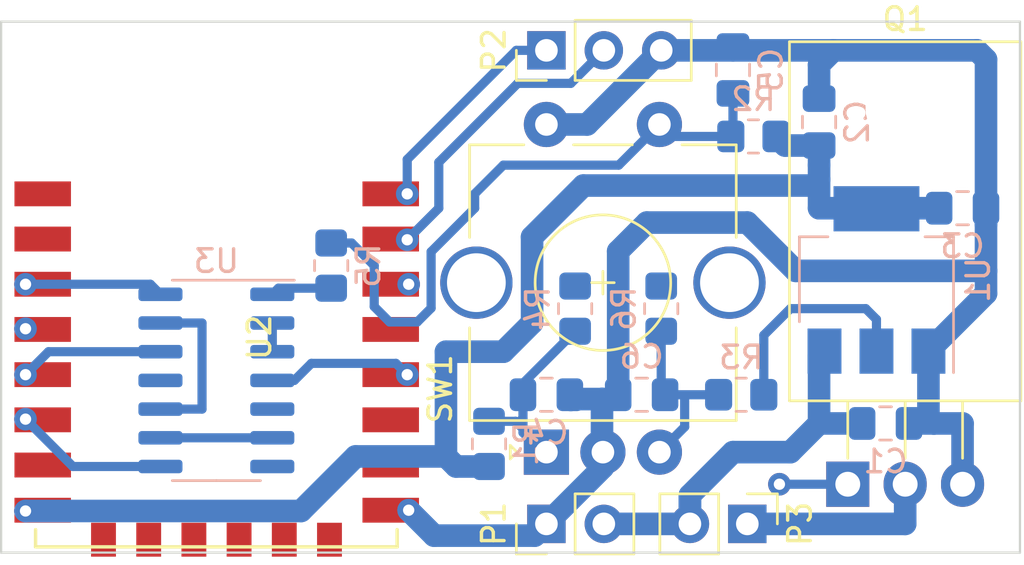
<source format=kicad_pcb>
(kicad_pcb (version 20171130) (host pcbnew "(5.1.9)-1")

  (general
    (thickness 1.6)
    (drawings 4)
    (tracks 150)
    (zones 0)
    (modules 20)
    (nets 32)
  )

  (page A4)
  (title_block
    (title "ESP8266 Dimmer")
    (date 2017-01-14)
    (rev 0.2)
    (company "Stelios Katsanevakis")
  )

  (layers
    (0 F.Cu signal)
    (31 B.Cu signal)
    (32 B.Adhes user hide)
    (33 F.Adhes user hide)
    (34 B.Paste user hide)
    (35 F.Paste user hide)
    (36 B.SilkS user hide)
    (37 F.SilkS user hide)
    (38 B.Mask user hide)
    (39 F.Mask user hide)
    (40 Dwgs.User user hide)
    (41 Cmts.User user hide)
    (42 Eco1.User user hide)
    (43 Eco2.User user hide)
    (44 Edge.Cuts user)
    (45 Margin user)
    (46 B.CrtYd user)
    (47 F.CrtYd user)
    (48 B.Fab user hide)
    (49 F.Fab user hide)
  )

  (setup
    (last_trace_width 0.405)
    (user_trace_width 0.405)
    (user_trace_width 1)
    (trace_clearance 0.2)
    (zone_clearance 0.3)
    (zone_45_only no)
    (trace_min 0.2)
    (via_size 0.6)
    (via_drill 0.4)
    (via_min_size 0.4)
    (via_min_drill 0.3)
    (user_via 1 0.5)
    (uvia_size 0.3)
    (uvia_drill 0.1)
    (uvias_allowed no)
    (uvia_min_size 0.2)
    (uvia_min_drill 0.1)
    (edge_width 0.15)
    (segment_width 0.2)
    (pcb_text_width 0.3)
    (pcb_text_size 1.5 1.5)
    (mod_edge_width 0.15)
    (mod_text_size 1 1)
    (mod_text_width 0.15)
    (pad_size 1.7 1.7)
    (pad_drill 1)
    (pad_to_mask_clearance 0.2)
    (aux_axis_origin 0 0)
    (visible_elements 7FFFFFFF)
    (pcbplotparams
      (layerselection 0x00030_ffffffff)
      (usegerberextensions false)
      (usegerberattributes true)
      (usegerberadvancedattributes true)
      (creategerberjobfile true)
      (excludeedgelayer true)
      (linewidth 0.100000)
      (plotframeref false)
      (viasonmask false)
      (mode 1)
      (useauxorigin false)
      (hpglpennumber 1)
      (hpglpenspeed 20)
      (hpglpendiameter 15.000000)
      (psnegative false)
      (psa4output false)
      (plotreference true)
      (plotvalue true)
      (plotinvisibletext false)
      (padsonsilk false)
      (subtractmaskfromsilk false)
      (outputformat 1)
      (mirror false)
      (drillshape 0)
      (scaleselection 1)
      (outputdirectory ""))
  )

  (net 0 "")
  (net 1 VCC)
  (net 2 GND)
  (net 3 +3V3)
  (net 4 /-V)
  (net 5 "Net-(Q1-Pad1)")
  (net 6 "Net-(U2-Pad1)")
  (net 7 "Net-(U2-Pad2)")
  (net 8 "Net-(U2-Pad5)")
  (net 9 "Net-(U2-Pad6)")
  (net 10 "Net-(U2-Pad7)")
  (net 11 "Net-(U2-Pad14)")
  (net 12 "Net-(U2-Pad17)")
  (net 13 "Net-(U2-Pad18)")
  (net 14 "Net-(U2-Pad19)")
  (net 15 "Net-(C4-Pad1)")
  (net 16 "Net-(C5-Pad1)")
  (net 17 "Net-(C6-Pad1)")
  (net 18 "Net-(R4-Pad1)")
  (net 19 "Net-(R5-Pad1)")
  (net 20 "Net-(R6-Pad1)")
  (net 21 "Net-(U2-Pad12)")
  (net 22 "Net-(U3-Pad10)")
  (net 23 "Net-(U3-Pad6)")
  (net 24 "Net-(U3-Pad2)")
  (net 25 "Net-(P2-Pad2)")
  (net 26 "Net-(P2-Pad1)")
  (net 27 "Net-(U2-Pad16)")
  (net 28 "Net-(U2-Pad13)")
  (net 29 "Net-(U2-Pad11)")
  (net 30 "Net-(U2-Pad10)")
  (net 31 "Net-(U2-Pad9)")

  (net_class Default "This is the default net class."
    (clearance 0.2)
    (trace_width 0.25)
    (via_dia 0.6)
    (via_drill 0.4)
    (uvia_dia 0.3)
    (uvia_drill 0.1)
    (add_net +3V3)
    (add_net /-V)
    (add_net GND)
    (add_net "Net-(C4-Pad1)")
    (add_net "Net-(C5-Pad1)")
    (add_net "Net-(C6-Pad1)")
    (add_net "Net-(P2-Pad1)")
    (add_net "Net-(P2-Pad2)")
    (add_net "Net-(Q1-Pad1)")
    (add_net "Net-(R4-Pad1)")
    (add_net "Net-(R5-Pad1)")
    (add_net "Net-(R6-Pad1)")
    (add_net "Net-(U2-Pad1)")
    (add_net "Net-(U2-Pad10)")
    (add_net "Net-(U2-Pad11)")
    (add_net "Net-(U2-Pad12)")
    (add_net "Net-(U2-Pad13)")
    (add_net "Net-(U2-Pad14)")
    (add_net "Net-(U2-Pad16)")
    (add_net "Net-(U2-Pad17)")
    (add_net "Net-(U2-Pad18)")
    (add_net "Net-(U2-Pad19)")
    (add_net "Net-(U2-Pad2)")
    (add_net "Net-(U2-Pad5)")
    (add_net "Net-(U2-Pad6)")
    (add_net "Net-(U2-Pad7)")
    (add_net "Net-(U2-Pad9)")
    (add_net "Net-(U3-Pad10)")
    (add_net "Net-(U3-Pad2)")
    (add_net "Net-(U3-Pad6)")
    (add_net VCC)
  )

  (module Rotary_Encoder:RotaryEncoder_Alps_EC11E-Switch_Vertical_H20mm_CircularMountingHoles (layer F.Cu) (tedit 5A74C8DD) (tstamp 62527D9E)
    (at 87.63 82.55 90)
    (descr "Alps rotary encoder, EC12E... with switch, vertical shaft, mounting holes with circular drills, http://www.alps.com/prod/info/E/HTML/Encoder/Incremental/EC11/EC11E15204A3.html")
    (tags "rotary encoder")
    (path /62063C19)
    (fp_text reference SW1 (at 2.8 -4.7 90) (layer F.SilkS)
      (effects (font (size 1 1) (thickness 0.15)))
    )
    (fp_text value Rotary_Encoder_Switch (at 7.5 10.4 90) (layer F.Fab)
      (effects (font (size 1 1) (thickness 0.15)))
    )
    (fp_circle (center 7.5 2.5) (end 10.5 2.5) (layer F.Fab) (width 0.12))
    (fp_circle (center 7.5 2.5) (end 10.5 2.5) (layer F.SilkS) (width 0.12))
    (fp_line (start 16 10.2) (end -1.5 10.2) (layer F.CrtYd) (width 0.05))
    (fp_line (start 16 10.2) (end 16 -5.2) (layer F.CrtYd) (width 0.05))
    (fp_line (start -1.5 -5.2) (end -1.5 10.2) (layer F.CrtYd) (width 0.05))
    (fp_line (start -1.5 -5.2) (end 16 -5.2) (layer F.CrtYd) (width 0.05))
    (fp_line (start 2.5 -3.3) (end 13.5 -3.3) (layer F.Fab) (width 0.12))
    (fp_line (start 13.5 -3.3) (end 13.5 8.3) (layer F.Fab) (width 0.12))
    (fp_line (start 13.5 8.3) (end 1.5 8.3) (layer F.Fab) (width 0.12))
    (fp_line (start 1.5 8.3) (end 1.5 -2.2) (layer F.Fab) (width 0.12))
    (fp_line (start 1.5 -2.2) (end 2.5 -3.3) (layer F.Fab) (width 0.12))
    (fp_line (start 9.5 -3.4) (end 13.6 -3.4) (layer F.SilkS) (width 0.12))
    (fp_line (start 13.6 8.4) (end 9.5 8.4) (layer F.SilkS) (width 0.12))
    (fp_line (start 5.5 8.4) (end 1.4 8.4) (layer F.SilkS) (width 0.12))
    (fp_line (start 5.5 -3.4) (end 1.4 -3.4) (layer F.SilkS) (width 0.12))
    (fp_line (start 1.4 -3.4) (end 1.4 8.4) (layer F.SilkS) (width 0.12))
    (fp_line (start 0 -1.3) (end -0.3 -1.6) (layer F.SilkS) (width 0.12))
    (fp_line (start -0.3 -1.6) (end 0.3 -1.6) (layer F.SilkS) (width 0.12))
    (fp_line (start 0.3 -1.6) (end 0 -1.3) (layer F.SilkS) (width 0.12))
    (fp_line (start 7.5 -0.5) (end 7.5 5.5) (layer F.Fab) (width 0.12))
    (fp_line (start 4.5 2.5) (end 10.5 2.5) (layer F.Fab) (width 0.12))
    (fp_line (start 13.6 -3.4) (end 13.6 -1) (layer F.SilkS) (width 0.12))
    (fp_line (start 13.6 1.2) (end 13.6 3.8) (layer F.SilkS) (width 0.12))
    (fp_line (start 13.6 6) (end 13.6 8.4) (layer F.SilkS) (width 0.12))
    (fp_line (start 7.5 2) (end 7.5 3) (layer F.SilkS) (width 0.12))
    (fp_line (start 7 2.5) (end 8 2.5) (layer F.SilkS) (width 0.12))
    (fp_text user %R (at 11.1 6.3 90) (layer F.Fab)
      (effects (font (size 1 1) (thickness 0.15)))
    )
    (pad A thru_hole rect (at 0 0 90) (size 2 2) (drill 1) (layers *.Cu *.Mask)
      (net 15 "Net-(C4-Pad1)"))
    (pad C thru_hole circle (at 0 2.5 90) (size 2 2) (drill 1) (layers *.Cu *.Mask)
      (net 2 GND))
    (pad B thru_hole circle (at 0 5 90) (size 2 2) (drill 1) (layers *.Cu *.Mask)
      (net 17 "Net-(C6-Pad1)"))
    (pad MP thru_hole circle (at 7.5 -3.1 90) (size 3.2 3.2) (drill 2.6) (layers *.Cu *.Mask))
    (pad MP thru_hole circle (at 7.5 8.1 90) (size 3.2 3.2) (drill 2.6) (layers *.Cu *.Mask))
    (pad S2 thru_hole circle (at 14.5 0 90) (size 2 2) (drill 1) (layers *.Cu *.Mask)
      (net 2 GND))
    (pad S1 thru_hole circle (at 14.5 5 90) (size 2 2) (drill 1) (layers *.Cu *.Mask)
      (net 16 "Net-(C5-Pad1)"))
    (model ${KISYS3DMOD}/Rotary_Encoder.3dshapes/RotaryEncoder_Alps_EC11E-Switch_Vertical_H20mm_CircularMountingHoles.wrl
      (at (xyz 0 0 0))
      (scale (xyz 1 1 1))
      (rotate (xyz 0 0 0))
    )
  )

  (module ESP8266:ESP-12E_SMD_CHI (layer F.Cu) (tedit 6251ECBD) (tstamp 62532456)
    (at 66.04 71.12)
    (descr "Module, ESP-8266, ESP-12, 16 pad, SMD")
    (tags "Module ESP-8266 ESP8266")
    (path /62527FD7)
    (fp_text reference U2 (at 8.89 6.35 90) (layer F.SilkS)
      (effects (font (size 1 1) (thickness 0.15)))
    )
    (fp_text value ESP-12E (at 5.08 6.35 90) (layer F.Fab) hide
      (effects (font (size 1 1) (thickness 0.15)))
    )
    (fp_line (start -2.25 -0.5) (end -2.25 -7.62) (layer F.CrtYd) (width 0.05))
    (fp_line (start -2.26 -7.62) (end 16.256 -7.62) (layer F.CrtYd) (width 0.05))
    (fp_line (start 16.25 -7.62) (end 16.25 16) (layer F.CrtYd) (width 0.05))
    (fp_line (start 16.25 16) (end -2.25 16) (layer F.CrtYd) (width 0.05))
    (fp_line (start -2.25 16) (end -2.25 -0.5) (layer F.CrtYd) (width 0.05))
    (fp_line (start -1.016 -7.62) (end 14.986 -7.62) (layer F.CrtYd) (width 0.1524))
    (fp_line (start 14.986 -7.62) (end 14.986 -0.889) (layer F.CrtYd) (width 0.1524))
    (fp_line (start -1.008 -7.62) (end -1.016 -1.016) (layer F.CrtYd) (width 0.1524))
    (fp_line (start -1.016 14.859) (end -1.016 15.621) (layer F.SilkS) (width 0.1524))
    (fp_line (start -1.016 15.621) (end 14.986 15.621) (layer F.SilkS) (width 0.1524))
    (fp_line (start 14.986 15.621) (end 14.986 14.859) (layer F.SilkS) (width 0.1524))
    (fp_line (start 14.986 -7.62) (end -1.008 -2.6) (layer F.CrtYd) (width 0.1524))
    (fp_line (start -1.008 -7.62) (end 14.992 -2.6) (layer F.CrtYd) (width 0.1524))
    (fp_line (start -1.008 -2.6) (end 14.992 -2.6) (layer F.CrtYd) (width 0.1524))
    (fp_line (start 14.992 -7.62) (end 15 15.6) (layer F.Fab) (width 0.05))
    (fp_line (start 14.992 15.6) (end -1.008 15.6) (layer F.Fab) (width 0.05))
    (fp_line (start -1.008 15.6) (end -1.008 -7.62) (layer F.Fab) (width 0.05))
    (fp_line (start -1.008 -7.62) (end 14.992 -7.62) (layer F.Fab) (width 0.05))
    (fp_text user "No Copper" (at 6.892 -5.4) (layer F.CrtYd)
      (effects (font (size 1 1) (thickness 0.15)))
    )
    (pad 14 smd rect (at 11.99 14.605 90) (size 1.5 1.1) (drill (offset -0.7 0)) (layers F.Cu F.Paste F.Mask)
      (net 11 "Net-(U2-Pad14)"))
    (pad 13 smd rect (at 9.99 14.605 90) (size 1.5 1.1) (drill (offset -0.7 0)) (layers F.Cu F.Paste F.Mask)
      (net 28 "Net-(U2-Pad13)"))
    (pad 12 smd rect (at 7.99 14.605 90) (size 1.5 1.1) (drill (offset -0.7 0)) (layers F.Cu F.Paste F.Mask)
      (net 21 "Net-(U2-Pad12)"))
    (pad 11 smd rect (at 5.99 14.605 90) (size 1.5 1.1) (drill (offset -0.7 0)) (layers F.Cu F.Paste F.Mask)
      (net 29 "Net-(U2-Pad11)"))
    (pad 10 smd rect (at 3.99 14.605 90) (size 1.5 1.1) (drill (offset -0.7 0)) (layers F.Cu F.Paste F.Mask)
      (net 30 "Net-(U2-Pad10)"))
    (pad 9 smd rect (at 1.99 14.605 90) (size 1.5 1.1) (drill (offset -0.7 0)) (layers F.Cu F.Paste F.Mask)
      (net 31 "Net-(U2-Pad9)"))
    (pad 22 smd rect (at 14 0) (size 2.5 1.1) (drill (offset 0.7 0)) (layers F.Cu F.Paste F.Mask)
      (net 26 "Net-(P2-Pad1)"))
    (pad 21 smd rect (at 14 2) (size 2.5 1.1) (drill (offset 0.7 0)) (layers F.Cu F.Paste F.Mask)
      (net 25 "Net-(P2-Pad2)"))
    (pad 20 smd rect (at 14 4) (size 2.5 1.1) (drill (offset 0.7 0)) (layers F.Cu F.Paste F.Mask)
      (net 5 "Net-(Q1-Pad1)"))
    (pad 19 smd rect (at 14 6) (size 2.5 1.1) (drill (offset 0.7 0)) (layers F.Cu F.Paste F.Mask)
      (net 14 "Net-(U2-Pad19)"))
    (pad 18 smd rect (at 14 8) (size 2.5 1.1) (drill (offset 0.7 0)) (layers F.Cu F.Paste F.Mask)
      (net 13 "Net-(U2-Pad18)"))
    (pad 17 smd rect (at 14 10) (size 2.5 1.1) (drill (offset 0.7 0)) (layers F.Cu F.Paste F.Mask)
      (net 12 "Net-(U2-Pad17)"))
    (pad 16 smd rect (at 14 12) (size 2.5 1.1) (drill (offset 0.7 0)) (layers F.Cu F.Paste F.Mask)
      (net 27 "Net-(U2-Pad16)"))
    (pad 15 smd rect (at 14 14) (size 2.5 1.1) (drill (offset 0.7 0)) (layers F.Cu F.Paste F.Mask)
      (net 2 GND))
    (pad 8 smd rect (at 0 14) (size 2.5 1.1) (drill (offset -0.7 0)) (layers F.Cu F.Paste F.Mask)
      (net 3 +3V3))
    (pad 7 smd rect (at 0 12) (size 2.5 1.1) (drill (offset -0.7 0)) (layers F.Cu F.Paste F.Mask)
      (net 10 "Net-(U2-Pad7)"))
    (pad 6 smd rect (at 0 10) (size 2.5 1.1) (drill (offset -0.7 0)) (layers F.Cu F.Paste F.Mask)
      (net 9 "Net-(U2-Pad6)"))
    (pad 5 smd rect (at 0 8) (size 2.5 1.1) (drill (offset -0.7 0)) (layers F.Cu F.Paste F.Mask)
      (net 8 "Net-(U2-Pad5)"))
    (pad 4 smd rect (at 0 6) (size 2.5 1.1) (drill (offset -0.7 0)) (layers F.Cu F.Paste F.Mask)
      (net 2 GND))
    (pad 3 smd rect (at 0 4) (size 2.5 1.1) (drill (offset -0.7 0)) (layers F.Cu F.Paste F.Mask)
      (net 3 +3V3))
    (pad 2 smd rect (at 0 2) (size 2.5 1.1) (drill (offset -0.7 0)) (layers F.Cu F.Paste F.Mask)
      (net 7 "Net-(U2-Pad2)"))
    (pad 1 smd rect (at 0 0) (size 2.5 1.1) (drill (offset -0.7 0)) (layers F.Cu F.Paste F.Mask)
      (net 6 "Net-(U2-Pad1)"))
    (model ${ESPLIB}/ESP8266.3dshapes/ESP-12.wrl
      (at (xyz 0 0 0))
      (scale (xyz 0.3937 0.3937 0.3937))
      (rotate (xyz 0 0 0))
    )
  )

  (module Connector_PinHeader_2.54mm:PinHeader_1x03_P2.54mm_Vertical (layer F.Cu) (tedit 59FED5CC) (tstamp 6252B09C)
    (at 87.63 64.77 90)
    (descr "Through hole straight pin header, 1x03, 2.54mm pitch, single row")
    (tags "Through hole pin header THT 1x03 2.54mm single row")
    (path /58664316)
    (fp_text reference P2 (at 0 -2.33 90) (layer F.SilkS)
      (effects (font (size 1 1) (thickness 0.15)))
    )
    (fp_text value Serial (at 0 7.41 90) (layer F.Fab)
      (effects (font (size 1 1) (thickness 0.15)))
    )
    (fp_line (start 1.8 -1.8) (end -1.8 -1.8) (layer F.CrtYd) (width 0.05))
    (fp_line (start 1.8 6.85) (end 1.8 -1.8) (layer F.CrtYd) (width 0.05))
    (fp_line (start -1.8 6.85) (end 1.8 6.85) (layer F.CrtYd) (width 0.05))
    (fp_line (start -1.8 -1.8) (end -1.8 6.85) (layer F.CrtYd) (width 0.05))
    (fp_line (start -1.33 -1.33) (end 0 -1.33) (layer F.SilkS) (width 0.12))
    (fp_line (start -1.33 0) (end -1.33 -1.33) (layer F.SilkS) (width 0.12))
    (fp_line (start -1.33 1.27) (end 1.33 1.27) (layer F.SilkS) (width 0.12))
    (fp_line (start 1.33 1.27) (end 1.33 6.41) (layer F.SilkS) (width 0.12))
    (fp_line (start -1.33 1.27) (end -1.33 6.41) (layer F.SilkS) (width 0.12))
    (fp_line (start -1.33 6.41) (end 1.33 6.41) (layer F.SilkS) (width 0.12))
    (fp_line (start -1.27 -0.635) (end -0.635 -1.27) (layer F.Fab) (width 0.1))
    (fp_line (start -1.27 6.35) (end -1.27 -0.635) (layer F.Fab) (width 0.1))
    (fp_line (start 1.27 6.35) (end -1.27 6.35) (layer F.Fab) (width 0.1))
    (fp_line (start 1.27 -1.27) (end 1.27 6.35) (layer F.Fab) (width 0.1))
    (fp_line (start -0.635 -1.27) (end 1.27 -1.27) (layer F.Fab) (width 0.1))
    (fp_text user %R (at 0 2.54) (layer F.Fab)
      (effects (font (size 1 1) (thickness 0.15)))
    )
    (pad 3 thru_hole oval (at 0 5.08 90) (size 1.7 1.7) (drill 1) (layers *.Cu *.Mask)
      (net 2 GND))
    (pad 2 thru_hole oval (at 0 2.54 90) (size 1.7 1.7) (drill 1) (layers *.Cu *.Mask)
      (net 25 "Net-(P2-Pad2)"))
    (pad 1 thru_hole rect (at 0 0 90) (size 1.7 1.7) (drill 1) (layers *.Cu *.Mask)
      (net 26 "Net-(P2-Pad1)"))
    (model ${KISYS3DMOD}/Connector_PinHeader_2.54mm.3dshapes/PinHeader_1x03_P2.54mm_Vertical.wrl
      (at (xyz 0 0 0))
      (scale (xyz 1 1 1))
      (rotate (xyz 0 0 0))
    )
  )

  (module Capacitor_SMD:C_0805_2012Metric_Pad1.18x1.45mm_HandSolder (layer B.Cu) (tedit 5F68FEEF) (tstamp 62528B25)
    (at 106.045 71.755)
    (descr "Capacitor SMD 0805 (2012 Metric), square (rectangular) end terminal, IPC_7351 nominal with elongated pad for handsoldering. (Body size source: IPC-SM-782 page 76, https://www.pcb-3d.com/wordpress/wp-content/uploads/ipc-sm-782a_amendment_1_and_2.pdf, https://docs.google.com/spreadsheets/d/1BsfQQcO9C6DZCsRaXUlFlo91Tg2WpOkGARC1WS5S8t0/edit?usp=sharing), generated with kicad-footprint-generator")
    (tags "capacitor handsolder")
    (path /58668A66)
    (attr smd)
    (fp_text reference C3 (at 0 1.68) (layer B.SilkS)
      (effects (font (size 1 1) (thickness 0.15)) (justify mirror))
    )
    (fp_text value 1u (at 0 -1.68) (layer B.Fab)
      (effects (font (size 1 1) (thickness 0.15)) (justify mirror))
    )
    (fp_line (start 1.88 -0.98) (end -1.88 -0.98) (layer B.CrtYd) (width 0.05))
    (fp_line (start 1.88 0.98) (end 1.88 -0.98) (layer B.CrtYd) (width 0.05))
    (fp_line (start -1.88 0.98) (end 1.88 0.98) (layer B.CrtYd) (width 0.05))
    (fp_line (start -1.88 -0.98) (end -1.88 0.98) (layer B.CrtYd) (width 0.05))
    (fp_line (start -0.261252 -0.735) (end 0.261252 -0.735) (layer B.SilkS) (width 0.12))
    (fp_line (start -0.261252 0.735) (end 0.261252 0.735) (layer B.SilkS) (width 0.12))
    (fp_line (start 1 -0.625) (end -1 -0.625) (layer B.Fab) (width 0.1))
    (fp_line (start 1 0.625) (end 1 -0.625) (layer B.Fab) (width 0.1))
    (fp_line (start -1 0.625) (end 1 0.625) (layer B.Fab) (width 0.1))
    (fp_line (start -1 -0.625) (end -1 0.625) (layer B.Fab) (width 0.1))
    (fp_text user %R (at 0 0) (layer B.Fab)
      (effects (font (size 0.5 0.5) (thickness 0.08)) (justify mirror))
    )
    (pad 2 smd roundrect (at 1.0375 0) (size 1.175 1.45) (layers B.Cu B.Paste B.Mask) (roundrect_rratio 0.212766)
      (net 2 GND))
    (pad 1 smd roundrect (at -1.0375 0) (size 1.175 1.45) (layers B.Cu B.Paste B.Mask) (roundrect_rratio 0.212766)
      (net 3 +3V3))
    (model ${KISYS3DMOD}/Capacitor_SMD.3dshapes/C_0805_2012Metric.wrl
      (at (xyz 0 0 0))
      (scale (xyz 1 1 1))
      (rotate (xyz 0 0 0))
    )
  )

  (module Connector_PinHeader_2.54mm:PinHeader_1x02_P2.54mm_Vertical (layer F.Cu) (tedit 59FED5CC) (tstamp 6252D2F8)
    (at 87.63 85.725 90)
    (descr "Through hole straight pin header, 1x02, 2.54mm pitch, single row")
    (tags "Through hole pin header THT 1x02 2.54mm single row")
    (path /625AF8F4)
    (fp_text reference P1 (at 0 -2.33 90) (layer F.SilkS)
      (effects (font (size 1 1) (thickness 0.15)))
    )
    (fp_text value IN (at 0 4.87 90) (layer F.Fab)
      (effects (font (size 1 1) (thickness 0.15)))
    )
    (fp_line (start 1.8 -1.8) (end -1.8 -1.8) (layer F.CrtYd) (width 0.05))
    (fp_line (start 1.8 4.35) (end 1.8 -1.8) (layer F.CrtYd) (width 0.05))
    (fp_line (start -1.8 4.35) (end 1.8 4.35) (layer F.CrtYd) (width 0.05))
    (fp_line (start -1.8 -1.8) (end -1.8 4.35) (layer F.CrtYd) (width 0.05))
    (fp_line (start -1.33 -1.33) (end 0 -1.33) (layer F.SilkS) (width 0.12))
    (fp_line (start -1.33 0) (end -1.33 -1.33) (layer F.SilkS) (width 0.12))
    (fp_line (start -1.33 1.27) (end 1.33 1.27) (layer F.SilkS) (width 0.12))
    (fp_line (start 1.33 1.27) (end 1.33 3.87) (layer F.SilkS) (width 0.12))
    (fp_line (start -1.33 1.27) (end -1.33 3.87) (layer F.SilkS) (width 0.12))
    (fp_line (start -1.33 3.87) (end 1.33 3.87) (layer F.SilkS) (width 0.12))
    (fp_line (start -1.27 -0.635) (end -0.635 -1.27) (layer F.Fab) (width 0.1))
    (fp_line (start -1.27 3.81) (end -1.27 -0.635) (layer F.Fab) (width 0.1))
    (fp_line (start 1.27 3.81) (end -1.27 3.81) (layer F.Fab) (width 0.1))
    (fp_line (start 1.27 -1.27) (end 1.27 3.81) (layer F.Fab) (width 0.1))
    (fp_line (start -0.635 -1.27) (end 1.27 -1.27) (layer F.Fab) (width 0.1))
    (fp_text user %R (at 0 1.27) (layer F.Fab)
      (effects (font (size 1 1) (thickness 0.15)))
    )
    (pad 2 thru_hole oval (at 0 2.54 90) (size 1.7 1.7) (drill 1) (layers *.Cu *.Mask)
      (net 1 VCC))
    (pad 1 thru_hole rect (at 0 0 90) (size 1.7 1.7) (drill 1) (layers *.Cu *.Mask)
      (net 2 GND))
    (model ${KISYS3DMOD}/Connector_PinHeader_2.54mm.3dshapes/PinHeader_1x02_P2.54mm_Vertical.wrl
      (at (xyz 0 0 0))
      (scale (xyz 1 1 1))
      (rotate (xyz 0 0 0))
    )
  )

  (module Connector_PinHeader_2.54mm:PinHeader_1x02_P2.54mm_Vertical (layer F.Cu) (tedit 59FED5CC) (tstamp 6252D33A)
    (at 96.52 85.725 270)
    (descr "Through hole straight pin header, 1x02, 2.54mm pitch, single row")
    (tags "Through hole pin header THT 1x02 2.54mm single row")
    (path /58664115)
    (fp_text reference P3 (at 0 -2.33 90) (layer F.SilkS)
      (effects (font (size 1 1) (thickness 0.15)))
    )
    (fp_text value OUT (at 0 4.87 90) (layer F.Fab)
      (effects (font (size 1 1) (thickness 0.15)))
    )
    (fp_line (start 1.8 -1.8) (end -1.8 -1.8) (layer F.CrtYd) (width 0.05))
    (fp_line (start 1.8 4.35) (end 1.8 -1.8) (layer F.CrtYd) (width 0.05))
    (fp_line (start -1.8 4.35) (end 1.8 4.35) (layer F.CrtYd) (width 0.05))
    (fp_line (start -1.8 -1.8) (end -1.8 4.35) (layer F.CrtYd) (width 0.05))
    (fp_line (start -1.33 -1.33) (end 0 -1.33) (layer F.SilkS) (width 0.12))
    (fp_line (start -1.33 0) (end -1.33 -1.33) (layer F.SilkS) (width 0.12))
    (fp_line (start -1.33 1.27) (end 1.33 1.27) (layer F.SilkS) (width 0.12))
    (fp_line (start 1.33 1.27) (end 1.33 3.87) (layer F.SilkS) (width 0.12))
    (fp_line (start -1.33 1.27) (end -1.33 3.87) (layer F.SilkS) (width 0.12))
    (fp_line (start -1.33 3.87) (end 1.33 3.87) (layer F.SilkS) (width 0.12))
    (fp_line (start -1.27 -0.635) (end -0.635 -1.27) (layer F.Fab) (width 0.1))
    (fp_line (start -1.27 3.81) (end -1.27 -0.635) (layer F.Fab) (width 0.1))
    (fp_line (start 1.27 3.81) (end -1.27 3.81) (layer F.Fab) (width 0.1))
    (fp_line (start 1.27 -1.27) (end 1.27 3.81) (layer F.Fab) (width 0.1))
    (fp_line (start -0.635 -1.27) (end 1.27 -1.27) (layer F.Fab) (width 0.1))
    (fp_text user %R (at 0 1.27) (layer F.Fab)
      (effects (font (size 1 1) (thickness 0.15)))
    )
    (pad 2 thru_hole oval (at 0 2.54 270) (size 1.7 1.7) (drill 1) (layers *.Cu *.Mask)
      (net 1 VCC))
    (pad 1 thru_hole rect (at 0 0 270) (size 1.7 1.7) (drill 1) (layers *.Cu *.Mask)
      (net 4 /-V))
    (model ${KISYS3DMOD}/Connector_PinHeader_2.54mm.3dshapes/PinHeader_1x02_P2.54mm_Vertical.wrl
      (at (xyz 0 0 0))
      (scale (xyz 1 1 1))
      (rotate (xyz 0 0 0))
    )
  )

  (module Package_TO_SOT_THT:TO-220-3_Horizontal_TabDown (layer F.Cu) (tedit 5AC8BA0D) (tstamp 62532FD0)
    (at 100.965 83.97)
    (descr "TO-220-3, Horizontal, RM 2.54mm, see https://www.vishay.com/docs/66542/to-220-1.pdf")
    (tags "TO-220-3 Horizontal RM 2.54mm")
    (path /6257A98A)
    (fp_text reference Q1 (at 2.54 -20.58) (layer F.SilkS)
      (effects (font (size 1 1) (thickness 0.15)))
    )
    (fp_text value IRLZ44N (at 2.54 2) (layer F.Fab)
      (effects (font (size 1 1) (thickness 0.15)))
    )
    (fp_line (start 7.79 -19.71) (end -2.71 -19.71) (layer F.CrtYd) (width 0.05))
    (fp_line (start 7.79 1.25) (end 7.79 -19.71) (layer F.CrtYd) (width 0.05))
    (fp_line (start -2.71 1.25) (end 7.79 1.25) (layer F.CrtYd) (width 0.05))
    (fp_line (start -2.71 -19.71) (end -2.71 1.25) (layer F.CrtYd) (width 0.05))
    (fp_line (start 5.08 -3.69) (end 5.08 -1.15) (layer F.SilkS) (width 0.12))
    (fp_line (start 2.54 -3.69) (end 2.54 -1.15) (layer F.SilkS) (width 0.12))
    (fp_line (start 0 -3.69) (end 0 -1.15) (layer F.SilkS) (width 0.12))
    (fp_line (start 7.66 -19.58) (end 7.66 -3.69) (layer F.SilkS) (width 0.12))
    (fp_line (start -2.58 -19.58) (end -2.58 -3.69) (layer F.SilkS) (width 0.12))
    (fp_line (start -2.58 -19.58) (end 7.66 -19.58) (layer F.SilkS) (width 0.12))
    (fp_line (start -2.58 -3.69) (end 7.66 -3.69) (layer F.SilkS) (width 0.12))
    (fp_line (start 5.08 -3.81) (end 5.08 0) (layer F.Fab) (width 0.1))
    (fp_line (start 2.54 -3.81) (end 2.54 0) (layer F.Fab) (width 0.1))
    (fp_line (start 0 -3.81) (end 0 0) (layer F.Fab) (width 0.1))
    (fp_line (start 7.54 -3.81) (end -2.46 -3.81) (layer F.Fab) (width 0.1))
    (fp_line (start 7.54 -13.06) (end 7.54 -3.81) (layer F.Fab) (width 0.1))
    (fp_line (start -2.46 -13.06) (end 7.54 -13.06) (layer F.Fab) (width 0.1))
    (fp_line (start -2.46 -3.81) (end -2.46 -13.06) (layer F.Fab) (width 0.1))
    (fp_line (start 7.54 -13.06) (end -2.46 -13.06) (layer F.Fab) (width 0.1))
    (fp_line (start 7.54 -19.46) (end 7.54 -13.06) (layer F.Fab) (width 0.1))
    (fp_line (start -2.46 -19.46) (end 7.54 -19.46) (layer F.Fab) (width 0.1))
    (fp_line (start -2.46 -13.06) (end -2.46 -19.46) (layer F.Fab) (width 0.1))
    (fp_circle (center 2.54 -16.66) (end 4.39 -16.66) (layer F.Fab) (width 0.1))
    (fp_text user %R (at 2.54 -20.58) (layer F.Fab)
      (effects (font (size 1 1) (thickness 0.15)))
    )
    (pad 3 thru_hole oval (at 5.08 0) (size 1.905 2) (drill 1.1) (layers *.Cu *.Mask)
      (net 2 GND))
    (pad 2 thru_hole oval (at 2.54 0) (size 1.905 2) (drill 1.1) (layers *.Cu *.Mask)
      (net 4 /-V))
    (pad 1 thru_hole rect (at 0 0) (size 1.905 2) (drill 1.1) (layers *.Cu *.Mask)
      (net 5 "Net-(Q1-Pad1)"))
    (pad "" np_thru_hole oval (at 2.54 -16.66) (size 3.5 3.5) (drill 3.5) (layers *.Cu *.Mask))
    (model ${KISYS3DMOD}/Package_TO_SOT_THT.3dshapes/TO-220-3_Horizontal_TabDown.wrl
      (at (xyz 0 0 0))
      (scale (xyz 1 1 1))
      (rotate (xyz 0 0 0))
    )
  )

  (module Package_TO_SOT_SMD:SOT-223-3_TabPin2 (layer B.Cu) (tedit 5A02FF57) (tstamp 62528B5A)
    (at 102.235 74.93 90)
    (descr "module CMS SOT223 4 pins")
    (tags "CMS SOT")
    (path /62644112)
    (attr smd)
    (fp_text reference U1 (at 0 4.5 90) (layer B.SilkS)
      (effects (font (size 1 1) (thickness 0.15)) (justify mirror))
    )
    (fp_text value AMS1117-3.3 (at 0 -4.5 90) (layer B.Fab)
      (effects (font (size 1 1) (thickness 0.15)) (justify mirror))
    )
    (fp_line (start 1.85 3.35) (end 1.85 -3.35) (layer B.Fab) (width 0.1))
    (fp_line (start -1.85 -3.35) (end 1.85 -3.35) (layer B.Fab) (width 0.1))
    (fp_line (start -4.1 3.41) (end 1.91 3.41) (layer B.SilkS) (width 0.12))
    (fp_line (start -0.85 3.35) (end 1.85 3.35) (layer B.Fab) (width 0.1))
    (fp_line (start -1.85 -3.41) (end 1.91 -3.41) (layer B.SilkS) (width 0.12))
    (fp_line (start -1.85 2.35) (end -1.85 -3.35) (layer B.Fab) (width 0.1))
    (fp_line (start -1.85 2.35) (end -0.85 3.35) (layer B.Fab) (width 0.1))
    (fp_line (start -4.4 3.6) (end -4.4 -3.6) (layer B.CrtYd) (width 0.05))
    (fp_line (start -4.4 -3.6) (end 4.4 -3.6) (layer B.CrtYd) (width 0.05))
    (fp_line (start 4.4 -3.6) (end 4.4 3.6) (layer B.CrtYd) (width 0.05))
    (fp_line (start 4.4 3.6) (end -4.4 3.6) (layer B.CrtYd) (width 0.05))
    (fp_line (start 1.91 3.41) (end 1.91 2.15) (layer B.SilkS) (width 0.12))
    (fp_line (start 1.91 -3.41) (end 1.91 -2.15) (layer B.SilkS) (width 0.12))
    (fp_text user %R (at 0 0 180) (layer B.Fab)
      (effects (font (size 0.8 0.8) (thickness 0.12)) (justify mirror))
    )
    (pad 1 smd rect (at -3.15 2.3 90) (size 2 1.5) (layers B.Cu B.Paste B.Mask)
      (net 2 GND))
    (pad 3 smd rect (at -3.15 -2.3 90) (size 2 1.5) (layers B.Cu B.Paste B.Mask)
      (net 1 VCC))
    (pad 2 smd rect (at -3.15 0 90) (size 2 1.5) (layers B.Cu B.Paste B.Mask)
      (net 3 +3V3))
    (pad 2 smd rect (at 3.15 0 90) (size 2 3.8) (layers B.Cu B.Paste B.Mask)
      (net 3 +3V3))
    (model ${KISYS3DMOD}/Package_TO_SOT_SMD.3dshapes/SOT-223.wrl
      (at (xyz 0 0 0))
      (scale (xyz 1 1 1))
      (rotate (xyz 0 0 0))
    )
  )

  (module Package_SO:SOIC-14_3.9x8.7mm_P1.27mm (layer B.Cu) (tedit 5D9F72B1) (tstamp 62526617)
    (at 73.025 79.375 180)
    (descr "SOIC, 14 Pin (JEDEC MS-012AB, https://www.analog.com/media/en/package-pcb-resources/package/pkg_pdf/soic_narrow-r/r_14.pdf), generated with kicad-footprint-generator ipc_gullwing_generator.py")
    (tags "SOIC SO")
    (path /620685AE)
    (attr smd)
    (fp_text reference U3 (at 0 5.28) (layer B.SilkS)
      (effects (font (size 1 1) (thickness 0.15)) (justify mirror))
    )
    (fp_text value 74HC14 (at 0 -5.28) (layer B.Fab)
      (effects (font (size 1 1) (thickness 0.15)) (justify mirror))
    )
    (fp_line (start 3.7 4.58) (end -3.7 4.58) (layer B.CrtYd) (width 0.05))
    (fp_line (start 3.7 -4.58) (end 3.7 4.58) (layer B.CrtYd) (width 0.05))
    (fp_line (start -3.7 -4.58) (end 3.7 -4.58) (layer B.CrtYd) (width 0.05))
    (fp_line (start -3.7 4.58) (end -3.7 -4.58) (layer B.CrtYd) (width 0.05))
    (fp_line (start -1.95 3.35) (end -0.975 4.325) (layer B.Fab) (width 0.1))
    (fp_line (start -1.95 -4.325) (end -1.95 3.35) (layer B.Fab) (width 0.1))
    (fp_line (start 1.95 -4.325) (end -1.95 -4.325) (layer B.Fab) (width 0.1))
    (fp_line (start 1.95 4.325) (end 1.95 -4.325) (layer B.Fab) (width 0.1))
    (fp_line (start -0.975 4.325) (end 1.95 4.325) (layer B.Fab) (width 0.1))
    (fp_line (start 0 4.435) (end -3.45 4.435) (layer B.SilkS) (width 0.12))
    (fp_line (start 0 4.435) (end 1.95 4.435) (layer B.SilkS) (width 0.12))
    (fp_line (start 0 -4.435) (end -1.95 -4.435) (layer B.SilkS) (width 0.12))
    (fp_line (start 0 -4.435) (end 1.95 -4.435) (layer B.SilkS) (width 0.12))
    (fp_text user %R (at 0 0) (layer B.Fab)
      (effects (font (size 0.98 0.98) (thickness 0.15)) (justify mirror))
    )
    (pad 14 smd roundrect (at 2.475 3.81 180) (size 1.95 0.6) (layers B.Cu B.Paste B.Mask) (roundrect_rratio 0.25)
      (net 3 +3V3))
    (pad 13 smd roundrect (at 2.475 2.54 180) (size 1.95 0.6) (layers B.Cu B.Paste B.Mask) (roundrect_rratio 0.25)
      (net 22 "Net-(U3-Pad10)"))
    (pad 12 smd roundrect (at 2.475 1.27 180) (size 1.95 0.6) (layers B.Cu B.Paste B.Mask) (roundrect_rratio 0.25)
      (net 8 "Net-(U2-Pad5)"))
    (pad 11 smd roundrect (at 2.475 0 180) (size 1.95 0.6) (layers B.Cu B.Paste B.Mask) (roundrect_rratio 0.25)
      (net 18 "Net-(R4-Pad1)"))
    (pad 10 smd roundrect (at 2.475 -1.27 180) (size 1.95 0.6) (layers B.Cu B.Paste B.Mask) (roundrect_rratio 0.25)
      (net 22 "Net-(U3-Pad10)"))
    (pad 9 smd roundrect (at 2.475 -2.54 180) (size 1.95 0.6) (layers B.Cu B.Paste B.Mask) (roundrect_rratio 0.25)
      (net 23 "Net-(U3-Pad6)"))
    (pad 8 smd roundrect (at 2.475 -3.81 180) (size 1.95 0.6) (layers B.Cu B.Paste B.Mask) (roundrect_rratio 0.25)
      (net 9 "Net-(U2-Pad6)"))
    (pad 7 smd roundrect (at -2.475 -3.81 180) (size 1.95 0.6) (layers B.Cu B.Paste B.Mask) (roundrect_rratio 0.25)
      (net 2 GND))
    (pad 6 smd roundrect (at -2.475 -2.54 180) (size 1.95 0.6) (layers B.Cu B.Paste B.Mask) (roundrect_rratio 0.25)
      (net 23 "Net-(U3-Pad6)"))
    (pad 5 smd roundrect (at -2.475 -1.27 180) (size 1.95 0.6) (layers B.Cu B.Paste B.Mask) (roundrect_rratio 0.25)
      (net 20 "Net-(R6-Pad1)"))
    (pad 4 smd roundrect (at -2.475 0 180) (size 1.95 0.6) (layers B.Cu B.Paste B.Mask) (roundrect_rratio 0.25)
      (net 13 "Net-(U2-Pad18)"))
    (pad 3 smd roundrect (at -2.475 1.27 180) (size 1.95 0.6) (layers B.Cu B.Paste B.Mask) (roundrect_rratio 0.25)
      (net 24 "Net-(U3-Pad2)"))
    (pad 2 smd roundrect (at -2.475 2.54 180) (size 1.95 0.6) (layers B.Cu B.Paste B.Mask) (roundrect_rratio 0.25)
      (net 24 "Net-(U3-Pad2)"))
    (pad 1 smd roundrect (at -2.475 3.81 180) (size 1.95 0.6) (layers B.Cu B.Paste B.Mask) (roundrect_rratio 0.25)
      (net 19 "Net-(R5-Pad1)"))
    (model ${KISYS3DMOD}/Package_SO.3dshapes/SOIC-14_3.9x8.7mm_P1.27mm.wrl
      (at (xyz 0 0 0))
      (scale (xyz 1 1 1))
      (rotate (xyz 0 0 0))
    )
  )

  (module Capacitor_SMD:C_0805_2012Metric_Pad1.18x1.45mm_HandSolder (layer B.Cu) (tedit 5F68FEEF) (tstamp 62528AF5)
    (at 99.695 67.945 90)
    (descr "Capacitor SMD 0805 (2012 Metric), square (rectangular) end terminal, IPC_7351 nominal with elongated pad for handsoldering. (Body size source: IPC-SM-782 page 76, https://www.pcb-3d.com/wordpress/wp-content/uploads/ipc-sm-782a_amendment_1_and_2.pdf, https://docs.google.com/spreadsheets/d/1BsfQQcO9C6DZCsRaXUlFlo91Tg2WpOkGARC1WS5S8t0/edit?usp=sharing), generated with kicad-footprint-generator")
    (tags "capacitor handsolder")
    (path /58668A1E)
    (attr smd)
    (fp_text reference C2 (at 0 1.68 90) (layer B.SilkS)
      (effects (font (size 1 1) (thickness 0.15)) (justify mirror))
    )
    (fp_text value 100n (at 0 -1.68 90) (layer B.Fab)
      (effects (font (size 1 1) (thickness 0.15)) (justify mirror))
    )
    (fp_line (start 1.88 -0.98) (end -1.88 -0.98) (layer B.CrtYd) (width 0.05))
    (fp_line (start 1.88 0.98) (end 1.88 -0.98) (layer B.CrtYd) (width 0.05))
    (fp_line (start -1.88 0.98) (end 1.88 0.98) (layer B.CrtYd) (width 0.05))
    (fp_line (start -1.88 -0.98) (end -1.88 0.98) (layer B.CrtYd) (width 0.05))
    (fp_line (start -0.261252 -0.735) (end 0.261252 -0.735) (layer B.SilkS) (width 0.12))
    (fp_line (start -0.261252 0.735) (end 0.261252 0.735) (layer B.SilkS) (width 0.12))
    (fp_line (start 1 -0.625) (end -1 -0.625) (layer B.Fab) (width 0.1))
    (fp_line (start 1 0.625) (end 1 -0.625) (layer B.Fab) (width 0.1))
    (fp_line (start -1 0.625) (end 1 0.625) (layer B.Fab) (width 0.1))
    (fp_line (start -1 -0.625) (end -1 0.625) (layer B.Fab) (width 0.1))
    (fp_text user %R (at 0 0 90) (layer B.Fab)
      (effects (font (size 0.5 0.5) (thickness 0.08)) (justify mirror))
    )
    (pad 2 smd roundrect (at 1.0375 0 90) (size 1.175 1.45) (layers B.Cu B.Paste B.Mask) (roundrect_rratio 0.212766)
      (net 2 GND))
    (pad 1 smd roundrect (at -1.0375 0 90) (size 1.175 1.45) (layers B.Cu B.Paste B.Mask) (roundrect_rratio 0.212766)
      (net 3 +3V3))
    (model ${KISYS3DMOD}/Capacitor_SMD.3dshapes/C_0805_2012Metric.wrl
      (at (xyz 0 0 0))
      (scale (xyz 1 1 1))
      (rotate (xyz 0 0 0))
    )
  )

  (module Capacitor_SMD:C_0805_2012Metric_Pad1.18x1.45mm_HandSolder (layer B.Cu) (tedit 5F68FEEF) (tstamp 62528AC5)
    (at 102.6375 81.28)
    (descr "Capacitor SMD 0805 (2012 Metric), square (rectangular) end terminal, IPC_7351 nominal with elongated pad for handsoldering. (Body size source: IPC-SM-782 page 76, https://www.pcb-3d.com/wordpress/wp-content/uploads/ipc-sm-782a_amendment_1_and_2.pdf, https://docs.google.com/spreadsheets/d/1BsfQQcO9C6DZCsRaXUlFlo91Tg2WpOkGARC1WS5S8t0/edit?usp=sharing), generated with kicad-footprint-generator")
    (tags "capacitor handsolder")
    (path /57E69BFC)
    (attr smd)
    (fp_text reference C1 (at 0 1.68) (layer B.SilkS)
      (effects (font (size 1 1) (thickness 0.15)) (justify mirror))
    )
    (fp_text value 100n (at 0 -1.68) (layer B.Fab)
      (effects (font (size 1 1) (thickness 0.15)) (justify mirror))
    )
    (fp_line (start 1.88 -0.98) (end -1.88 -0.98) (layer B.CrtYd) (width 0.05))
    (fp_line (start 1.88 0.98) (end 1.88 -0.98) (layer B.CrtYd) (width 0.05))
    (fp_line (start -1.88 0.98) (end 1.88 0.98) (layer B.CrtYd) (width 0.05))
    (fp_line (start -1.88 -0.98) (end -1.88 0.98) (layer B.CrtYd) (width 0.05))
    (fp_line (start -0.261252 -0.735) (end 0.261252 -0.735) (layer B.SilkS) (width 0.12))
    (fp_line (start -0.261252 0.735) (end 0.261252 0.735) (layer B.SilkS) (width 0.12))
    (fp_line (start 1 -0.625) (end -1 -0.625) (layer B.Fab) (width 0.1))
    (fp_line (start 1 0.625) (end 1 -0.625) (layer B.Fab) (width 0.1))
    (fp_line (start -1 0.625) (end 1 0.625) (layer B.Fab) (width 0.1))
    (fp_line (start -1 -0.625) (end -1 0.625) (layer B.Fab) (width 0.1))
    (fp_text user %R (at 0 0) (layer B.Fab)
      (effects (font (size 0.5 0.5) (thickness 0.08)) (justify mirror))
    )
    (pad 2 smd roundrect (at 1.0375 0) (size 1.175 1.45) (layers B.Cu B.Paste B.Mask) (roundrect_rratio 0.212766)
      (net 2 GND))
    (pad 1 smd roundrect (at -1.0375 0) (size 1.175 1.45) (layers B.Cu B.Paste B.Mask) (roundrect_rratio 0.212766)
      (net 1 VCC))
    (model ${KISYS3DMOD}/Capacitor_SMD.3dshapes/C_0805_2012Metric.wrl
      (at (xyz 0 0 0))
      (scale (xyz 1 1 1))
      (rotate (xyz 0 0 0))
    )
  )

  (module Resistor_SMD:R_0805_2012Metric_Pad1.20x1.40mm_HandSolder (layer B.Cu) (tedit 5F68FEEE) (tstamp 6253330C)
    (at 85.09 82.185 90)
    (descr "Resistor SMD 0805 (2012 Metric), square (rectangular) end terminal, IPC_7351 nominal with elongated pad for handsoldering. (Body size source: IPC-SM-782 page 72, https://www.pcb-3d.com/wordpress/wp-content/uploads/ipc-sm-782a_amendment_1_and_2.pdf), generated with kicad-footprint-generator")
    (tags "resistor handsolder")
    (path /6253A109)
    (attr smd)
    (fp_text reference R1 (at 0 1.65 90) (layer B.SilkS)
      (effects (font (size 1 1) (thickness 0.15)) (justify mirror))
    )
    (fp_text value 10k (at 0 -1.65 90) (layer B.Fab)
      (effects (font (size 1 1) (thickness 0.15)) (justify mirror))
    )
    (fp_line (start 1.85 -0.95) (end -1.85 -0.95) (layer B.CrtYd) (width 0.05))
    (fp_line (start 1.85 0.95) (end 1.85 -0.95) (layer B.CrtYd) (width 0.05))
    (fp_line (start -1.85 0.95) (end 1.85 0.95) (layer B.CrtYd) (width 0.05))
    (fp_line (start -1.85 -0.95) (end -1.85 0.95) (layer B.CrtYd) (width 0.05))
    (fp_line (start -0.227064 -0.735) (end 0.227064 -0.735) (layer B.SilkS) (width 0.12))
    (fp_line (start -0.227064 0.735) (end 0.227064 0.735) (layer B.SilkS) (width 0.12))
    (fp_line (start 1 -0.625) (end -1 -0.625) (layer B.Fab) (width 0.1))
    (fp_line (start 1 0.625) (end 1 -0.625) (layer B.Fab) (width 0.1))
    (fp_line (start -1 0.625) (end 1 0.625) (layer B.Fab) (width 0.1))
    (fp_line (start -1 -0.625) (end -1 0.625) (layer B.Fab) (width 0.1))
    (fp_text user %R (at 0 0 90) (layer B.Fab)
      (effects (font (size 0.5 0.5) (thickness 0.08)) (justify mirror))
    )
    (pad 2 smd roundrect (at 1 0 90) (size 1.2 1.4) (layers B.Cu B.Paste B.Mask) (roundrect_rratio 0.208333)
      (net 15 "Net-(C4-Pad1)"))
    (pad 1 smd roundrect (at -1 0 90) (size 1.2 1.4) (layers B.Cu B.Paste B.Mask) (roundrect_rratio 0.208333)
      (net 3 +3V3))
    (model ${KISYS3DMOD}/Resistor_SMD.3dshapes/R_0805_2012Metric.wrl
      (at (xyz 0 0 0))
      (scale (xyz 1 1 1))
      (rotate (xyz 0 0 0))
    )
  )

  (module Resistor_SMD:R_0805_2012Metric_Pad1.20x1.40mm_HandSolder (layer B.Cu) (tedit 5F68FEEE) (tstamp 62533588)
    (at 92.71 76.2 270)
    (descr "Resistor SMD 0805 (2012 Metric), square (rectangular) end terminal, IPC_7351 nominal with elongated pad for handsoldering. (Body size source: IPC-SM-782 page 72, https://www.pcb-3d.com/wordpress/wp-content/uploads/ipc-sm-782a_amendment_1_and_2.pdf), generated with kicad-footprint-generator")
    (tags "resistor handsolder")
    (path /625534AE)
    (attr smd)
    (fp_text reference R6 (at 0 1.65 90) (layer B.SilkS)
      (effects (font (size 1 1) (thickness 0.15)) (justify mirror))
    )
    (fp_text value 1k (at 0 -1.65 90) (layer B.Fab)
      (effects (font (size 1 1) (thickness 0.15)) (justify mirror))
    )
    (fp_line (start 1.85 -0.95) (end -1.85 -0.95) (layer B.CrtYd) (width 0.05))
    (fp_line (start 1.85 0.95) (end 1.85 -0.95) (layer B.CrtYd) (width 0.05))
    (fp_line (start -1.85 0.95) (end 1.85 0.95) (layer B.CrtYd) (width 0.05))
    (fp_line (start -1.85 -0.95) (end -1.85 0.95) (layer B.CrtYd) (width 0.05))
    (fp_line (start -0.227064 -0.735) (end 0.227064 -0.735) (layer B.SilkS) (width 0.12))
    (fp_line (start -0.227064 0.735) (end 0.227064 0.735) (layer B.SilkS) (width 0.12))
    (fp_line (start 1 -0.625) (end -1 -0.625) (layer B.Fab) (width 0.1))
    (fp_line (start 1 0.625) (end 1 -0.625) (layer B.Fab) (width 0.1))
    (fp_line (start -1 0.625) (end 1 0.625) (layer B.Fab) (width 0.1))
    (fp_line (start -1 -0.625) (end -1 0.625) (layer B.Fab) (width 0.1))
    (fp_text user %R (at 0 0 90) (layer B.Fab)
      (effects (font (size 0.5 0.5) (thickness 0.08)) (justify mirror))
    )
    (pad 2 smd roundrect (at 1 0 270) (size 1.2 1.4) (layers B.Cu B.Paste B.Mask) (roundrect_rratio 0.208333)
      (net 17 "Net-(C6-Pad1)"))
    (pad 1 smd roundrect (at -1 0 270) (size 1.2 1.4) (layers B.Cu B.Paste B.Mask) (roundrect_rratio 0.208333)
      (net 20 "Net-(R6-Pad1)"))
    (model ${KISYS3DMOD}/Resistor_SMD.3dshapes/R_0805_2012Metric.wrl
      (at (xyz 0 0 0))
      (scale (xyz 1 1 1))
      (rotate (xyz 0 0 0))
    )
  )

  (module Resistor_SMD:R_0805_2012Metric_Pad1.20x1.40mm_HandSolder (layer B.Cu) (tedit 5F68FEEE) (tstamp 62533496)
    (at 78.105 74.295 90)
    (descr "Resistor SMD 0805 (2012 Metric), square (rectangular) end terminal, IPC_7351 nominal with elongated pad for handsoldering. (Body size source: IPC-SM-782 page 72, https://www.pcb-3d.com/wordpress/wp-content/uploads/ipc-sm-782a_amendment_1_and_2.pdf), generated with kicad-footprint-generator")
    (tags "resistor handsolder")
    (path /62552FD9)
    (attr smd)
    (fp_text reference R5 (at 0 1.65 90) (layer B.SilkS)
      (effects (font (size 1 1) (thickness 0.15)) (justify mirror))
    )
    (fp_text value 1k (at 0 -1.65 90) (layer B.Fab)
      (effects (font (size 1 1) (thickness 0.15)) (justify mirror))
    )
    (fp_line (start 1.85 -0.95) (end -1.85 -0.95) (layer B.CrtYd) (width 0.05))
    (fp_line (start 1.85 0.95) (end 1.85 -0.95) (layer B.CrtYd) (width 0.05))
    (fp_line (start -1.85 0.95) (end 1.85 0.95) (layer B.CrtYd) (width 0.05))
    (fp_line (start -1.85 -0.95) (end -1.85 0.95) (layer B.CrtYd) (width 0.05))
    (fp_line (start -0.227064 -0.735) (end 0.227064 -0.735) (layer B.SilkS) (width 0.12))
    (fp_line (start -0.227064 0.735) (end 0.227064 0.735) (layer B.SilkS) (width 0.12))
    (fp_line (start 1 -0.625) (end -1 -0.625) (layer B.Fab) (width 0.1))
    (fp_line (start 1 0.625) (end 1 -0.625) (layer B.Fab) (width 0.1))
    (fp_line (start -1 0.625) (end 1 0.625) (layer B.Fab) (width 0.1))
    (fp_line (start -1 -0.625) (end -1 0.625) (layer B.Fab) (width 0.1))
    (fp_text user %R (at 0 0 90) (layer B.Fab)
      (effects (font (size 0.5 0.5) (thickness 0.08)) (justify mirror))
    )
    (pad 2 smd roundrect (at 1 0 90) (size 1.2 1.4) (layers B.Cu B.Paste B.Mask) (roundrect_rratio 0.208333)
      (net 16 "Net-(C5-Pad1)"))
    (pad 1 smd roundrect (at -1 0 90) (size 1.2 1.4) (layers B.Cu B.Paste B.Mask) (roundrect_rratio 0.208333)
      (net 19 "Net-(R5-Pad1)"))
    (model ${KISYS3DMOD}/Resistor_SMD.3dshapes/R_0805_2012Metric.wrl
      (at (xyz 0 0 0))
      (scale (xyz 1 1 1))
      (rotate (xyz 0 0 0))
    )
  )

  (module Resistor_SMD:R_0805_2012Metric_Pad1.20x1.40mm_HandSolder (layer B.Cu) (tedit 5F68FEEE) (tstamp 6256D3D1)
    (at 88.9 76.2 270)
    (descr "Resistor SMD 0805 (2012 Metric), square (rectangular) end terminal, IPC_7351 nominal with elongated pad for handsoldering. (Body size source: IPC-SM-782 page 72, https://www.pcb-3d.com/wordpress/wp-content/uploads/ipc-sm-782a_amendment_1_and_2.pdf), generated with kicad-footprint-generator")
    (tags "resistor handsolder")
    (path /62552940)
    (attr smd)
    (fp_text reference R4 (at 0 1.65 90) (layer B.SilkS)
      (effects (font (size 1 1) (thickness 0.15)) (justify mirror))
    )
    (fp_text value 1k (at 0 -1.65 90) (layer B.Fab)
      (effects (font (size 1 1) (thickness 0.15)) (justify mirror))
    )
    (fp_line (start 1.85 -0.95) (end -1.85 -0.95) (layer B.CrtYd) (width 0.05))
    (fp_line (start 1.85 0.95) (end 1.85 -0.95) (layer B.CrtYd) (width 0.05))
    (fp_line (start -1.85 0.95) (end 1.85 0.95) (layer B.CrtYd) (width 0.05))
    (fp_line (start -1.85 -0.95) (end -1.85 0.95) (layer B.CrtYd) (width 0.05))
    (fp_line (start -0.227064 -0.735) (end 0.227064 -0.735) (layer B.SilkS) (width 0.12))
    (fp_line (start -0.227064 0.735) (end 0.227064 0.735) (layer B.SilkS) (width 0.12))
    (fp_line (start 1 -0.625) (end -1 -0.625) (layer B.Fab) (width 0.1))
    (fp_line (start 1 0.625) (end 1 -0.625) (layer B.Fab) (width 0.1))
    (fp_line (start -1 0.625) (end 1 0.625) (layer B.Fab) (width 0.1))
    (fp_line (start -1 -0.625) (end -1 0.625) (layer B.Fab) (width 0.1))
    (fp_text user %R (at 0 0 90) (layer B.Fab)
      (effects (font (size 0.5 0.5) (thickness 0.08)) (justify mirror))
    )
    (pad 2 smd roundrect (at 1 0 270) (size 1.2 1.4) (layers B.Cu B.Paste B.Mask) (roundrect_rratio 0.208333)
      (net 15 "Net-(C4-Pad1)"))
    (pad 1 smd roundrect (at -1 0 270) (size 1.2 1.4) (layers B.Cu B.Paste B.Mask) (roundrect_rratio 0.208333)
      (net 18 "Net-(R4-Pad1)"))
    (model ${KISYS3DMOD}/Resistor_SMD.3dshapes/R_0805_2012Metric.wrl
      (at (xyz 0 0 0))
      (scale (xyz 1 1 1))
      (rotate (xyz 0 0 0))
    )
  )

  (module Resistor_SMD:R_0805_2012Metric_Pad1.20x1.40mm_HandSolder (layer B.Cu) (tedit 5F68FEEE) (tstamp 625333D1)
    (at 96.25 80.01 180)
    (descr "Resistor SMD 0805 (2012 Metric), square (rectangular) end terminal, IPC_7351 nominal with elongated pad for handsoldering. (Body size source: IPC-SM-782 page 72, https://www.pcb-3d.com/wordpress/wp-content/uploads/ipc-sm-782a_amendment_1_and_2.pdf), generated with kicad-footprint-generator")
    (tags "resistor handsolder")
    (path /62538119)
    (attr smd)
    (fp_text reference R3 (at 0 1.65) (layer B.SilkS)
      (effects (font (size 1 1) (thickness 0.15)) (justify mirror))
    )
    (fp_text value 10k (at 0 -1.65) (layer B.Fab)
      (effects (font (size 1 1) (thickness 0.15)) (justify mirror))
    )
    (fp_line (start 1.85 -0.95) (end -1.85 -0.95) (layer B.CrtYd) (width 0.05))
    (fp_line (start 1.85 0.95) (end 1.85 -0.95) (layer B.CrtYd) (width 0.05))
    (fp_line (start -1.85 0.95) (end 1.85 0.95) (layer B.CrtYd) (width 0.05))
    (fp_line (start -1.85 -0.95) (end -1.85 0.95) (layer B.CrtYd) (width 0.05))
    (fp_line (start -0.227064 -0.735) (end 0.227064 -0.735) (layer B.SilkS) (width 0.12))
    (fp_line (start -0.227064 0.735) (end 0.227064 0.735) (layer B.SilkS) (width 0.12))
    (fp_line (start 1 -0.625) (end -1 -0.625) (layer B.Fab) (width 0.1))
    (fp_line (start 1 0.625) (end 1 -0.625) (layer B.Fab) (width 0.1))
    (fp_line (start -1 0.625) (end 1 0.625) (layer B.Fab) (width 0.1))
    (fp_line (start -1 -0.625) (end -1 0.625) (layer B.Fab) (width 0.1))
    (fp_text user %R (at 0 0) (layer B.Fab)
      (effects (font (size 0.5 0.5) (thickness 0.08)) (justify mirror))
    )
    (pad 2 smd roundrect (at 1 0 180) (size 1.2 1.4) (layers B.Cu B.Paste B.Mask) (roundrect_rratio 0.208333)
      (net 17 "Net-(C6-Pad1)"))
    (pad 1 smd roundrect (at -1 0 180) (size 1.2 1.4) (layers B.Cu B.Paste B.Mask) (roundrect_rratio 0.208333)
      (net 3 +3V3))
    (model ${KISYS3DMOD}/Resistor_SMD.3dshapes/R_0805_2012Metric.wrl
      (at (xyz 0 0 0))
      (scale (xyz 1 1 1))
      (rotate (xyz 0 0 0))
    )
  )

  (module Resistor_SMD:R_0805_2012Metric_Pad1.20x1.40mm_HandSolder (layer B.Cu) (tedit 5F68FEEE) (tstamp 6252394D)
    (at 96.79 68.58 180)
    (descr "Resistor SMD 0805 (2012 Metric), square (rectangular) end terminal, IPC_7351 nominal with elongated pad for handsoldering. (Body size source: IPC-SM-782 page 72, https://www.pcb-3d.com/wordpress/wp-content/uploads/ipc-sm-782a_amendment_1_and_2.pdf), generated with kicad-footprint-generator")
    (tags "resistor handsolder")
    (path /62539F4C)
    (attr smd)
    (fp_text reference R2 (at 0 1.65) (layer B.SilkS)
      (effects (font (size 1 1) (thickness 0.15)) (justify mirror))
    )
    (fp_text value 10k (at 0 -1.65) (layer B.Fab)
      (effects (font (size 1 1) (thickness 0.15)) (justify mirror))
    )
    (fp_line (start 1.85 -0.95) (end -1.85 -0.95) (layer B.CrtYd) (width 0.05))
    (fp_line (start 1.85 0.95) (end 1.85 -0.95) (layer B.CrtYd) (width 0.05))
    (fp_line (start -1.85 0.95) (end 1.85 0.95) (layer B.CrtYd) (width 0.05))
    (fp_line (start -1.85 -0.95) (end -1.85 0.95) (layer B.CrtYd) (width 0.05))
    (fp_line (start -0.227064 -0.735) (end 0.227064 -0.735) (layer B.SilkS) (width 0.12))
    (fp_line (start -0.227064 0.735) (end 0.227064 0.735) (layer B.SilkS) (width 0.12))
    (fp_line (start 1 -0.625) (end -1 -0.625) (layer B.Fab) (width 0.1))
    (fp_line (start 1 0.625) (end 1 -0.625) (layer B.Fab) (width 0.1))
    (fp_line (start -1 0.625) (end 1 0.625) (layer B.Fab) (width 0.1))
    (fp_line (start -1 -0.625) (end -1 0.625) (layer B.Fab) (width 0.1))
    (fp_text user %R (at 0 0) (layer B.Fab)
      (effects (font (size 0.5 0.5) (thickness 0.08)) (justify mirror))
    )
    (pad 2 smd roundrect (at 1 0 180) (size 1.2 1.4) (layers B.Cu B.Paste B.Mask) (roundrect_rratio 0.208333)
      (net 16 "Net-(C5-Pad1)"))
    (pad 1 smd roundrect (at -1 0 180) (size 1.2 1.4) (layers B.Cu B.Paste B.Mask) (roundrect_rratio 0.208333)
      (net 3 +3V3))
    (model ${KISYS3DMOD}/Resistor_SMD.3dshapes/R_0805_2012Metric.wrl
      (at (xyz 0 0 0))
      (scale (xyz 1 1 1))
      (rotate (xyz 0 0 0))
    )
  )

  (module Capacitor_SMD:C_0805_2012Metric_Pad1.18x1.45mm_HandSolder (layer B.Cu) (tedit 5F68FEEF) (tstamp 6252888D)
    (at 91.8425 80.01 180)
    (descr "Capacitor SMD 0805 (2012 Metric), square (rectangular) end terminal, IPC_7351 nominal with elongated pad for handsoldering. (Body size source: IPC-SM-782 page 76, https://www.pcb-3d.com/wordpress/wp-content/uploads/ipc-sm-782a_amendment_1_and_2.pdf, https://docs.google.com/spreadsheets/d/1BsfQQcO9C6DZCsRaXUlFlo91Tg2WpOkGARC1WS5S8t0/edit?usp=sharing), generated with kicad-footprint-generator")
    (tags "capacitor handsolder")
    (path /62568CF0)
    (attr smd)
    (fp_text reference C6 (at 0 1.68) (layer B.SilkS)
      (effects (font (size 1 1) (thickness 0.15)) (justify mirror))
    )
    (fp_text value 100n (at 0 -1.68) (layer B.Fab)
      (effects (font (size 1 1) (thickness 0.15)) (justify mirror))
    )
    (fp_line (start 1.88 -0.98) (end -1.88 -0.98) (layer B.CrtYd) (width 0.05))
    (fp_line (start 1.88 0.98) (end 1.88 -0.98) (layer B.CrtYd) (width 0.05))
    (fp_line (start -1.88 0.98) (end 1.88 0.98) (layer B.CrtYd) (width 0.05))
    (fp_line (start -1.88 -0.98) (end -1.88 0.98) (layer B.CrtYd) (width 0.05))
    (fp_line (start -0.261252 -0.735) (end 0.261252 -0.735) (layer B.SilkS) (width 0.12))
    (fp_line (start -0.261252 0.735) (end 0.261252 0.735) (layer B.SilkS) (width 0.12))
    (fp_line (start 1 -0.625) (end -1 -0.625) (layer B.Fab) (width 0.1))
    (fp_line (start 1 0.625) (end 1 -0.625) (layer B.Fab) (width 0.1))
    (fp_line (start -1 0.625) (end 1 0.625) (layer B.Fab) (width 0.1))
    (fp_line (start -1 -0.625) (end -1 0.625) (layer B.Fab) (width 0.1))
    (fp_text user %R (at 0 0) (layer B.Fab)
      (effects (font (size 0.5 0.5) (thickness 0.08)) (justify mirror))
    )
    (pad 2 smd roundrect (at 1.0375 0 180) (size 1.175 1.45) (layers B.Cu B.Paste B.Mask) (roundrect_rratio 0.212766)
      (net 2 GND))
    (pad 1 smd roundrect (at -1.0375 0 180) (size 1.175 1.45) (layers B.Cu B.Paste B.Mask) (roundrect_rratio 0.212766)
      (net 17 "Net-(C6-Pad1)"))
    (model ${KISYS3DMOD}/Capacitor_SMD.3dshapes/C_0805_2012Metric.wrl
      (at (xyz 0 0 0))
      (scale (xyz 1 1 1))
      (rotate (xyz 0 0 0))
    )
  )

  (module Capacitor_SMD:C_0805_2012Metric_Pad1.18x1.45mm_HandSolder (layer B.Cu) (tedit 5F68FEEF) (tstamp 6252385E)
    (at 95.885 65.6375 90)
    (descr "Capacitor SMD 0805 (2012 Metric), square (rectangular) end terminal, IPC_7351 nominal with elongated pad for handsoldering. (Body size source: IPC-SM-782 page 76, https://www.pcb-3d.com/wordpress/wp-content/uploads/ipc-sm-782a_amendment_1_and_2.pdf, https://docs.google.com/spreadsheets/d/1BsfQQcO9C6DZCsRaXUlFlo91Tg2WpOkGARC1WS5S8t0/edit?usp=sharing), generated with kicad-footprint-generator")
    (tags "capacitor handsolder")
    (path /62568854)
    (attr smd)
    (fp_text reference C5 (at 0 1.68 90) (layer B.SilkS)
      (effects (font (size 1 1) (thickness 0.15)) (justify mirror))
    )
    (fp_text value 100n (at 0 -1.68 90) (layer B.Fab)
      (effects (font (size 1 1) (thickness 0.15)) (justify mirror))
    )
    (fp_line (start 1.88 -0.98) (end -1.88 -0.98) (layer B.CrtYd) (width 0.05))
    (fp_line (start 1.88 0.98) (end 1.88 -0.98) (layer B.CrtYd) (width 0.05))
    (fp_line (start -1.88 0.98) (end 1.88 0.98) (layer B.CrtYd) (width 0.05))
    (fp_line (start -1.88 -0.98) (end -1.88 0.98) (layer B.CrtYd) (width 0.05))
    (fp_line (start -0.261252 -0.735) (end 0.261252 -0.735) (layer B.SilkS) (width 0.12))
    (fp_line (start -0.261252 0.735) (end 0.261252 0.735) (layer B.SilkS) (width 0.12))
    (fp_line (start 1 -0.625) (end -1 -0.625) (layer B.Fab) (width 0.1))
    (fp_line (start 1 0.625) (end 1 -0.625) (layer B.Fab) (width 0.1))
    (fp_line (start -1 0.625) (end 1 0.625) (layer B.Fab) (width 0.1))
    (fp_line (start -1 -0.625) (end -1 0.625) (layer B.Fab) (width 0.1))
    (fp_text user %R (at 0 0 90) (layer B.Fab)
      (effects (font (size 0.5 0.5) (thickness 0.08)) (justify mirror))
    )
    (pad 2 smd roundrect (at 1.0375 0 90) (size 1.175 1.45) (layers B.Cu B.Paste B.Mask) (roundrect_rratio 0.212766)
      (net 2 GND))
    (pad 1 smd roundrect (at -1.0375 0 90) (size 1.175 1.45) (layers B.Cu B.Paste B.Mask) (roundrect_rratio 0.212766)
      (net 16 "Net-(C5-Pad1)"))
    (model ${KISYS3DMOD}/Capacitor_SMD.3dshapes/C_0805_2012Metric.wrl
      (at (xyz 0 0 0))
      (scale (xyz 1 1 1))
      (rotate (xyz 0 0 0))
    )
  )

  (module Capacitor_SMD:C_0805_2012Metric_Pad1.18x1.45mm_HandSolder (layer B.Cu) (tedit 5F68FEEF) (tstamp 6252384D)
    (at 87.63 80.01)
    (descr "Capacitor SMD 0805 (2012 Metric), square (rectangular) end terminal, IPC_7351 nominal with elongated pad for handsoldering. (Body size source: IPC-SM-782 page 76, https://www.pcb-3d.com/wordpress/wp-content/uploads/ipc-sm-782a_amendment_1_and_2.pdf, https://docs.google.com/spreadsheets/d/1BsfQQcO9C6DZCsRaXUlFlo91Tg2WpOkGARC1WS5S8t0/edit?usp=sharing), generated with kicad-footprint-generator")
    (tags "capacitor handsolder")
    (path /625680EF)
    (attr smd)
    (fp_text reference C4 (at 0 1.68) (layer B.SilkS)
      (effects (font (size 1 1) (thickness 0.15)) (justify mirror))
    )
    (fp_text value 100n (at 0 -1.68) (layer B.Fab)
      (effects (font (size 1 1) (thickness 0.15)) (justify mirror))
    )
    (fp_line (start 1.88 -0.98) (end -1.88 -0.98) (layer B.CrtYd) (width 0.05))
    (fp_line (start 1.88 0.98) (end 1.88 -0.98) (layer B.CrtYd) (width 0.05))
    (fp_line (start -1.88 0.98) (end 1.88 0.98) (layer B.CrtYd) (width 0.05))
    (fp_line (start -1.88 -0.98) (end -1.88 0.98) (layer B.CrtYd) (width 0.05))
    (fp_line (start -0.261252 -0.735) (end 0.261252 -0.735) (layer B.SilkS) (width 0.12))
    (fp_line (start -0.261252 0.735) (end 0.261252 0.735) (layer B.SilkS) (width 0.12))
    (fp_line (start 1 -0.625) (end -1 -0.625) (layer B.Fab) (width 0.1))
    (fp_line (start 1 0.625) (end 1 -0.625) (layer B.Fab) (width 0.1))
    (fp_line (start -1 0.625) (end 1 0.625) (layer B.Fab) (width 0.1))
    (fp_line (start -1 -0.625) (end -1 0.625) (layer B.Fab) (width 0.1))
    (fp_text user %R (at 0 0) (layer B.Fab)
      (effects (font (size 0.5 0.5) (thickness 0.08)) (justify mirror))
    )
    (pad 2 smd roundrect (at 1.0375 0) (size 1.175 1.45) (layers B.Cu B.Paste B.Mask) (roundrect_rratio 0.212766)
      (net 2 GND))
    (pad 1 smd roundrect (at -1.0375 0) (size 1.175 1.45) (layers B.Cu B.Paste B.Mask) (roundrect_rratio 0.212766)
      (net 15 "Net-(C4-Pad1)"))
    (model ${KISYS3DMOD}/Capacitor_SMD.3dshapes/C_0805_2012Metric.wrl
      (at (xyz 0 0 0))
      (scale (xyz 1 1 1))
      (rotate (xyz 0 0 0))
    )
  )

  (gr_line (start 108.585 63.5) (end 108.585 86.995) (layer Edge.Cuts) (width 0.1) (tstamp 62528B8B))
  (gr_line (start 63.5 63.5) (end 108.585 63.5) (layer Edge.Cuts) (width 0.1) (tstamp 62528B88))
  (gr_line (start 63.5 86.995) (end 63.5 63.5) (layer Edge.Cuts) (width 0.1))
  (gr_line (start 108.585 86.995) (end 63.5 86.995) (layer Edge.Cuts) (width 0.1) (tstamp 62528B85))

  (segment (start 99.695 78.32) (end 99.935 78.08) (width 1) (layer B.Cu) (net 1))
  (segment (start 99.695 81.28) (end 99.695 78.32) (width 1) (layer B.Cu) (net 1))
  (segment (start 99.695 81.28) (end 101.6 81.28) (width 1) (layer B.Cu) (net 1))
  (segment (start 93.98 85.725) (end 93.98 84.522919) (width 1) (layer B.Cu) (net 1))
  (segment (start 90.17 85.725) (end 93.98 85.725) (width 1) (layer B.Cu) (net 1))
  (segment (start 93.98 84.455) (end 93.98 85.725) (width 1) (layer B.Cu) (net 1))
  (segment (start 95.885 82.55) (end 93.98 84.455) (width 1) (layer B.Cu) (net 1))
  (segment (start 98.425 82.55) (end 95.885 82.55) (width 1) (layer B.Cu) (net 1))
  (segment (start 99.695 81.28) (end 98.425 82.55) (width 1) (layer B.Cu) (net 1))
  (via (at 64.5795 77.089) (size 1) (drill 0.5) (layers F.Cu B.Cu) (net 2))
  (segment (start 106.045 81.28) (end 106.045 83.97) (width 1) (layer B.Cu) (net 2))
  (segment (start 104.535 81.04) (end 104.775 81.28) (width 1) (layer B.Cu) (net 2))
  (segment (start 104.535 78.08) (end 104.535 81.04) (width 1) (layer B.Cu) (net 2))
  (segment (start 104.775 81.28) (end 106.045 81.28) (width 1) (layer B.Cu) (net 2))
  (segment (start 103.675 81.28) (end 104.775 81.28) (width 1) (layer B.Cu) (net 2))
  (segment (start 92.71 65.405) (end 92.71 64.77) (width 0.25) (layer B.Cu) (net 2))
  (segment (start 100.33 64.77) (end 106.68 64.77) (width 1) (layer B.Cu) (net 2))
  (segment (start 99.695 65.405) (end 100.33 64.77) (width 1) (layer B.Cu) (net 2))
  (segment (start 99.695 66.9075) (end 99.695 65.405) (width 1) (layer B.Cu) (net 2))
  (segment (start 90.13 83.225) (end 90.13 82.55) (width 1) (layer B.Cu) (net 2))
  (segment (start 87.63 85.725) (end 90.13 83.225) (width 1) (layer B.Cu) (net 2))
  (segment (start 88.7075 80.2405) (end 88.6675 80.2005) (width 1) (layer B.Cu) (net 2))
  (segment (start 90.09 80.2005) (end 88.6675 80.2005) (width 1) (layer B.Cu) (net 2))
  (segment (start 90.13 80.2405) (end 90.09 80.2005) (width 1) (layer B.Cu) (net 2))
  (segment (start 89.43 68.05) (end 92.71 64.77) (width 1) (layer B.Cu) (net 2))
  (segment (start 87.63 68.05) (end 89.43 68.05) (width 1) (layer B.Cu) (net 2))
  (segment (start 107.0825 72.48) (end 107.0825 71.755) (width 1) (layer B.Cu) (net 2))
  (segment (start 107.0825 65.1725) (end 106.68 64.77) (width 1) (layer B.Cu) (net 2))
  (segment (start 107.0825 71.755) (end 107.0825 65.1725) (width 1) (layer B.Cu) (net 2))
  (segment (start 104.535 78.08) (end 107.0825 75.5325) (width 1) (layer B.Cu) (net 2))
  (segment (start 95.885 64.77) (end 100.33 64.77) (width 1) (layer B.Cu) (net 2))
  (segment (start 92.71 64.77) (end 95.885 64.77) (width 1) (layer B.Cu) (net 2))
  (segment (start 81.534 85.12) (end 81.534 85.12) (width 1) (layer B.Cu) (net 2) (tstamp 625324C7))
  (via (at 81.534 85.12) (size 1) (drill 0.5) (layers F.Cu B.Cu) (net 2))
  (segment (start 90.09 82.51) (end 90.13 82.55) (width 1) (layer B.Cu) (net 2))
  (segment (start 90.09 80.2005) (end 90.09 82.51) (width 1) (layer B.Cu) (net 2))
  (segment (start 82.65899 86.24499) (end 81.534 85.12) (width 1) (layer B.Cu) (net 2))
  (segment (start 87.11001 86.24499) (end 82.65899 86.24499) (width 1) (layer B.Cu) (net 2))
  (segment (start 87.63 85.725) (end 87.11001 86.24499) (width 1) (layer B.Cu) (net 2))
  (segment (start 90.6145 80.2005) (end 90.805 80.01) (width 1) (layer B.Cu) (net 2))
  (segment (start 90.09 80.2005) (end 90.6145 80.2005) (width 1) (layer B.Cu) (net 2))
  (segment (start 98.6575 74.5275) (end 107.0825 74.5275) (width 1) (layer B.Cu) (net 2))
  (segment (start 90.805 73.66) (end 92.075 72.39) (width 1) (layer B.Cu) (net 2))
  (segment (start 90.805 80.01) (end 90.805 73.66) (width 1) (layer B.Cu) (net 2))
  (segment (start 107.0825 74.5275) (end 107.0825 71.755) (width 1) (layer B.Cu) (net 2))
  (segment (start 96.52 72.39) (end 98.6575 74.5275) (width 1) (layer B.Cu) (net 2))
  (segment (start 92.075 72.39) (end 96.52 72.39) (width 1) (layer B.Cu) (net 2))
  (segment (start 107.0825 75.5325) (end 107.0825 74.5275) (width 1) (layer B.Cu) (net 2))
  (via (at 64.5795 75.1205) (size 1) (drill 0.5) (layers F.Cu B.Cu) (net 3))
  (via (at 64.5795 85.1535) (size 1) (drill 0.5) (layers F.Cu B.Cu) (net 3))
  (segment (start 102.21 71.755) (end 102.235 71.78) (width 1) (layer B.Cu) (net 3))
  (segment (start 99.695 71.755) (end 102.21 71.755) (width 1) (layer B.Cu) (net 3))
  (segment (start 102.43 71.585) (end 102.235 71.78) (width 1) (layer B.Cu) (net 3))
  (segment (start 102.26 71.755) (end 102.235 71.78) (width 1) (layer B.Cu) (net 3))
  (segment (start 105.0075 71.755) (end 102.26 71.755) (width 1) (layer B.Cu) (net 3))
  (segment (start 70.485 75.565) (end 70.55 75.565) (width 0.25) (layer B.Cu) (net 3))
  (segment (start 70.1055 75.1205) (end 70.55 75.565) (width 0.405) (layer B.Cu) (net 3))
  (segment (start 64.5795 75.1205) (end 70.1055 75.1205) (width 0.405) (layer B.Cu) (net 3))
  (segment (start 99.695 69.85) (end 99.695 68.9825) (width 1) (layer B.Cu) (net 3))
  (segment (start 102.235 77.905498) (end 102.235 78.08) (width 0.405) (layer B.Cu) (net 3))
  (segment (start 99.695 70.485) (end 99.695 69.85) (width 1) (layer B.Cu) (net 3))
  (segment (start 99.695 71.755) (end 99.695 70.485) (width 1) (layer B.Cu) (net 3))
  (segment (start 98.1925 68.9825) (end 97.79 68.58) (width 1) (layer B.Cu) (net 3))
  (segment (start 99.695 68.9825) (end 98.1925 68.9825) (width 1) (layer B.Cu) (net 3))
  (segment (start 84.455 83.185) (end 83.63 83.185) (width 1) (layer B.Cu) (net 3))
  (segment (start 83.63 83.185) (end 83.185 82.74) (width 1) (layer B.Cu) (net 3))
  (segment (start 64.5795 85.1535) (end 76.7715 85.1535) (width 1) (layer B.Cu) (net 3))
  (segment (start 79.185 82.74) (end 83.185 82.74) (width 1) (layer B.Cu) (net 3))
  (segment (start 76.7715 85.1535) (end 79.185 82.74) (width 1) (layer B.Cu) (net 3))
  (segment (start 99.42749 70.75251) (end 99.695 70.485) (width 1) (layer B.Cu) (net 3))
  (segment (start 86.995 73.025) (end 89.26749 70.75251) (width 1) (layer B.Cu) (net 3))
  (segment (start 86.995 76.835) (end 86.995 73.025) (width 1) (layer B.Cu) (net 3))
  (segment (start 89.26749 70.75251) (end 99.42749 70.75251) (width 1) (layer B.Cu) (net 3))
  (segment (start 85.725 78.105) (end 86.995 76.835) (width 1) (layer B.Cu) (net 3))
  (segment (start 83.185 78.105) (end 85.725 78.105) (width 1) (layer B.Cu) (net 3))
  (segment (start 83.185 82.74) (end 83.185 78.105) (width 1) (layer B.Cu) (net 3))
  (segment (start 97.25 80.01) (end 97.25 77.375) (width 0.405) (layer B.Cu) (net 3))
  (segment (start 97.25 77.375) (end 98.425 76.2) (width 0.405) (layer B.Cu) (net 3))
  (segment (start 102.235 76.675) (end 102.235 78.08) (width 0.405) (layer B.Cu) (net 3))
  (segment (start 101.76 76.2) (end 102.235 76.675) (width 0.405) (layer B.Cu) (net 3))
  (segment (start 98.425 76.2) (end 101.76 76.2) (width 0.405) (layer B.Cu) (net 3))
  (segment (start 103.505 85.725) (end 103.505 83.97) (width 1) (layer B.Cu) (net 4))
  (segment (start 96.52 85.725) (end 103.505 85.725) (width 1) (layer B.Cu) (net 4))
  (via (at 81.534 75.1205) (size 1) (drill 0.5) (layers F.Cu B.Cu) (net 5))
  (segment (start 97.94 83.97) (end 97.94 83.97) (width 0.405) (layer B.Cu) (net 5))
  (segment (start 100.965 83.97) (end 98.275 83.97) (width 0.405) (layer B.Cu) (net 5))
  (segment (start 97.94 83.97) (end 98.275 83.97) (width 0.405) (layer B.Cu) (net 5) (tstamp 625339F2))
  (via (at 97.94 83.97) (size 1) (drill 0.5) (layers F.Cu B.Cu) (net 5))
  (via (at 64.5795 81.0895) (size 1) (drill 0.5) (layers F.Cu B.Cu) (net 9))
  (segment (start 70.4865 83.1215) (end 70.55 83.185) (width 0.405) (layer B.Cu) (net 9))
  (via (at 64.5795 79.121) (size 1) (drill 0.5) (layers F.Cu B.Cu) (net 8) (tstamp 6256B74D))
  (segment (start 65.5955 78.105) (end 64.5795 79.121) (width 0.405) (layer B.Cu) (net 8))
  (segment (start 70.55 78.105) (end 65.5955 78.105) (width 0.405) (layer B.Cu) (net 8))
  (segment (start 66.675 83.185) (end 64.5795 81.0895) (width 0.405) (layer B.Cu) (net 9))
  (segment (start 70.55 83.185) (end 66.675 83.185) (width 0.405) (layer B.Cu) (net 9))
  (via (at 81.4705 79.121) (size 1) (drill 0.5) (layers F.Cu B.Cu) (net 13))
  (segment (start 80.970501 78.621001) (end 81.4705 79.121) (width 0.405) (layer B.Cu) (net 13))
  (segment (start 77.228999 78.621001) (end 80.970501 78.621001) (width 0.405) (layer B.Cu) (net 13))
  (segment (start 76.475 79.375) (end 77.228999 78.621001) (width 0.405) (layer B.Cu) (net 13))
  (segment (start 75.5 79.375) (end 76.475 79.375) (width 0.405) (layer B.Cu) (net 13))
  (segment (start 86.5925 81.5125) (end 87.63 82.55) (width 0.405) (layer B.Cu) (net 15))
  (segment (start 87.46 82.55) (end 87.63 82.55) (width 0.405) (layer B.Cu) (net 15))
  (segment (start 86.5925 81.6825) (end 87.46 82.55) (width 0.405) (layer B.Cu) (net 15))
  (segment (start 86.5925 79.5075) (end 88.9 77.2) (width 0.405) (layer B.Cu) (net 15))
  (segment (start 86.5925 80.01) (end 86.5925 79.5075) (width 0.405) (layer B.Cu) (net 15))
  (segment (start 86.36 81.28) (end 86.5925 81.0475) (width 0.405) (layer B.Cu) (net 15))
  (segment (start 86.5925 81.0475) (end 86.5925 81.6825) (width 0.405) (layer B.Cu) (net 15))
  (segment (start 86.5925 80.2005) (end 86.5925 81.0475) (width 0.405) (layer B.Cu) (net 15))
  (segment (start 86.265 81.185) (end 86.5925 81.5125) (width 0.405) (layer B.Cu) (net 15))
  (segment (start 85.09 81.185) (end 86.265 81.185) (width 0.405) (layer B.Cu) (net 15))
  (segment (start 92.815 68.05) (end 92.63 68.05) (width 0.25) (layer B.Cu) (net 16))
  (segment (start 92.63 68.05) (end 90.83 69.85) (width 0.405) (layer B.Cu) (net 16))
  (segment (start 90.83 69.85) (end 85.725 69.85) (width 0.405) (layer B.Cu) (net 16))
  (segment (start 85.725 69.85) (end 84.455 71.12) (width 0.405) (layer B.Cu) (net 16))
  (segment (start 84.455 71.12) (end 84.455 71.755) (width 0.405) (layer B.Cu) (net 16))
  (segment (start 82.527499 73.682501) (end 82.527499 76.177499) (width 0.405) (layer B.Cu) (net 16))
  (segment (start 84.455 71.755) (end 82.527499 73.682501) (width 0.405) (layer B.Cu) (net 16))
  (segment (start 82.527499 76.177499) (end 81.915 76.789998) (width 0.405) (layer B.Cu) (net 16))
  (segment (start 81.915 76.789998) (end 80.690002 76.789998) (width 0.405) (layer B.Cu) (net 16))
  (segment (start 80.690002 76.789998) (end 80.01 76.109996) (width 0.405) (layer B.Cu) (net 16))
  (segment (start 80.01 76.109996) (end 80.01 74.295) (width 0.405) (layer B.Cu) (net 16))
  (segment (start 79.01 73.295) (end 78.105 73.295) (width 0.405) (layer B.Cu) (net 16))
  (segment (start 80.01 74.295) (end 79.01 73.295) (width 0.405) (layer B.Cu) (net 16))
  (segment (start 95.885 68.485) (end 95.79 68.58) (width 0.405) (layer B.Cu) (net 16))
  (segment (start 95.885 66.675) (end 95.885 68.485) (width 0.405) (layer B.Cu) (net 16))
  (segment (start 93.16 68.58) (end 92.63 68.05) (width 0.405) (layer B.Cu) (net 16))
  (segment (start 95.79 68.58) (end 93.16 68.58) (width 0.405) (layer B.Cu) (net 16))
  (segment (start 93.7475 81.4325) (end 92.63 82.55) (width 0.405) (layer B.Cu) (net 17))
  (segment (start 93.7475 80.2005) (end 93.7475 81.4325) (width 0.405) (layer B.Cu) (net 17))
  (segment (start 92.88 80.01) (end 95.25 80.01) (width 0.405) (layer B.Cu) (net 17))
  (segment (start 92.71 79.84) (end 92.88 80.01) (width 0.405) (layer B.Cu) (net 17))
  (segment (start 92.71 77.2) (end 92.71 79.84) (width 0.405) (layer B.Cu) (net 17))
  (segment (start 75.565 80.71) (end 75.5 80.645) (width 0.25) (layer B.Cu) (net 20))
  (segment (start 75.77 75.295) (end 75.5 75.565) (width 0.405) (layer B.Cu) (net 19))
  (segment (start 78.105 75.295) (end 75.77 75.295) (width 0.405) (layer B.Cu) (net 19))
  (segment (start 72.39 80.645) (end 70.55 80.645) (width 0.405) (layer B.Cu) (net 22))
  (segment (start 72.39 76.835) (end 72.39 80.645) (width 0.405) (layer B.Cu) (net 22))
  (segment (start 70.55 76.835) (end 72.39 76.835) (width 0.405) (layer B.Cu) (net 22))
  (segment (start 70.55 81.915) (end 75.5 81.915) (width 0.405) (layer B.Cu) (net 23))
  (segment (start 75.5 76.835) (end 75.5 78.105) (width 0.405) (layer B.Cu) (net 24))
  (via (at 81.4705 73.152) (size 1) (drill 0.5) (layers F.Cu B.Cu) (net 25))
  (segment (start 82.8675 71.755) (end 81.4705 73.152) (width 0.405) (layer B.Cu) (net 25))
  (segment (start 82.8675 69.723) (end 82.8675 71.755) (width 0.405) (layer B.Cu) (net 25))
  (segment (start 88.7095 66.2305) (end 86.36 66.2305) (width 0.405) (layer B.Cu) (net 25))
  (segment (start 86.36 66.2305) (end 82.8675 69.723) (width 0.405) (layer B.Cu) (net 25))
  (segment (start 90.17 64.77) (end 88.7095 66.2305) (width 0.405) (layer B.Cu) (net 25))
  (via (at 81.4705 71.12) (size 1) (drill 0.5) (layers F.Cu B.Cu) (net 26))
  (segment (start 81.4705 71.12) (end 81.4705 69.596) (width 0.405) (layer B.Cu) (net 26))
  (segment (start 86.2965 64.77) (end 87.63 64.77) (width 0.405) (layer B.Cu) (net 26))
  (segment (start 81.4705 69.596) (end 86.2965 64.77) (width 0.405) (layer B.Cu) (net 26))

)

</source>
